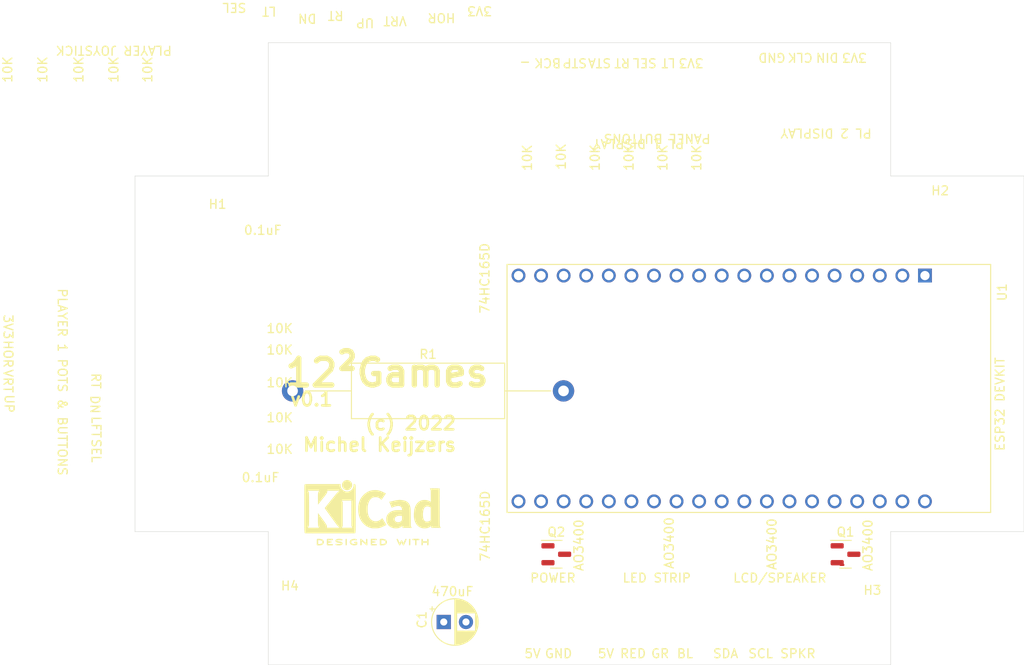
<source format=kicad_pcb>
(kicad_pcb (version 20211014) (generator pcbnew)
  (layers (0 "F.Cu" signal) (31 "B.Cu" signal) (34 "B.Paste" user) (35 "F.Paste" user) (36 "B.SilkS" user "B.Silkscreen") (37 "F.SilkS" user "F.Silkscreen") (38 "B.Mask" user) (39 "F.Mask" user) (44 "Edge.Cuts" user))
  (net 0 "")
  (net 1 "GND")
  (net 2 "/+5V")
  (net 3 "/LCD_SDA")
  (net 4 "/LCD_SCL")
  (net 5 "/SPEAKER_IN")
  (net 18 "+3V3")
  (net 19 "/SPEAKER_DRAIN")
  (net 20 "/JOYSTICK_HORIZONTAL")
  (net 21 "/JOYSTICK_VERTICAL")
  (net 22 "/JOYSTICK_BUTTON")
  (net 24 "/LED_STRIP_DATA")
  (net 25 "/LED_STRIP_DRAIN")
  (net 28 "/LED_SEGMENTS_DIN")
  (net 29 "/LED_SEGMENTS_CLK")
  (net 30 "/PANEL_BACK_BUTTON")
  (net 31 "/PANEL_STOP_BUTTON")
  (net 32 "/PANEL_START_BUTTON")
  (net 33 "/PANEL_RIGHT_BUTTON")
  (net 34 "/PANEL_SELECT_BUTTON")
  (net 35 "/PANEL_LEFT_BUTTON")
  (net 39 "Net-(R1-Pad2)")
  (footprint "MountingHole:MountingHole_3.2mm_M3" (layer "F.Cu") (at 119 45)
    (fp_text reference "H2" (at -3.43 -3.344) (layer "F.SilkS"))
    (fp_text value "MountingHole")
    (pad "" np_thru_hole circle locked (at 0 0) (size 3.2 3.2) (drill 3.2) (layers *.Cu *.Mask))
  )
  (footprint "MountingHole:MountingHole_3.2mm_M3" (layer "F.Cu") (at 30 45)
    (fp_text reference "H1" (at 4.29 -1.82) (layer "F.SilkS"))
    (fp_text value "MountingHole")
    (pad "" np_thru_hole circle locked (at 0 0) (size 3.2 3.2) (drill 3.2) (layers *.Cu *.Mask))
  )
  (footprint "MountingHole:MountingHole_3.2mm_M3" (layer "F.Cu") (at 45 90)
    (fp_text reference "H4" (at -2.582 -3.894) (layer "F.SilkS"))
    (fp_text value "MountingHole")
    (pad "" np_thru_hole circle locked (at 0 0) (size 3.2 3.2) (drill 3.2) (layers *.Cu *.Mask))
  )
  (footprint "MountingHole:MountingHole_3.2mm_M3" (layer "F.Cu") (at 105 90)
    (fp_text reference "H3" (at 2.95 -3.4) (layer "F.SilkS"))
    (fp_text value "MountingHole")
    (pad "" np_thru_hole circle locked (at 0 0) (size 3.2 3.2) (drill 3.2) (layers *.Cu *.Mask))
  )
  (footprint "Package_TO_SOT_SMD:SOT-23" (layer "F.Cu") (at 104.925 82.55)
    (fp_text reference "Q1" (at 0 -2.5) (layer "F.SilkS"))
    (fp_text value "AO3401A")
    (pad "1" smd roundrect locked (at -0.9375 -0.95) (size 1.475 0.6) (layers "F.Cu" "F.Paste" "F.Mask") (net 5 "/SPEAKER_IN"))
    (pad "2" smd roundrect locked (at -0.9375 0.95) (size 1.475 0.6) (layers "F.Cu" "F.Paste" "F.Mask") (net 1 "GND"))
    (pad "3" smd roundrect locked (at 0.9375 0) (size 1.475 0.6) (layers "F.Cu" "F.Paste" "F.Mask") (net 19 "/SPEAKER_DRAIN"))
  )
  (footprint "Package_TO_SOT_SMD:SOT-23" (layer "F.Cu") (at 72.39 82.55)
    (fp_text reference "Q2" (at 0 -2.5) (layer "F.SilkS"))
    (fp_text value "AO3401A")
    (pad "1" smd roundrect locked (at -0.9375 -0.95) (size 1.475 0.6) (layers "F.Cu" "F.Paste" "F.Mask") (net 24 "/LED_STRIP_DATA"))
    (pad "2" smd roundrect locked (at -0.9375 0.95) (size 1.475 0.6) (layers "F.Cu" "F.Paste" "F.Mask") (net 1 "GND"))
    (pad "3" smd roundrect locked (at 0.9375 0) (size 1.475 0.6) (layers "F.Cu" "F.Paste" "F.Mask") (net 25 "/LED_STRIP_DRAIN"))
  )
  (footprint "Capacitor_THT:CP_Radial_D5.0mm_P2.50mm" (layer "F.Cu") (at 59.73 90.17)
    (fp_text reference "C1" (at -2.453 -0.254 270) (layer "F.SilkS"))
    (fp_text value "470uF")
    (pad "1" thru_hole rect locked (at 0 0) (size 1.6 1.6) (drill 0.8) (layers *.Cu *.Mask) (net 1 "GND"))
    (pad "2" thru_hole circle locked (at 2.5 0) (size 1.6 1.6) (drill 0.8) (layers *.Cu *.Mask) (net 2 "/+5V"))
  )
  (footprint "Symbol:KiCad-Logo2_6mm_SilkScreen" (layer "F.Cu") (at 51.717514 77.179848)
    (fp_text reference "REF**" hide)
    (fp_text value "KiCad-Logo2_6mm_SilkScreen" hide)
  )
  (footprint "Resistor_THT:R_Axial_DIN0617_L17.0mm_D6.0mm_P30.48mm_Horizontal" (layer "F.Cu") (at 42.725 64.175)
    (fp_text reference "R1" (at 15.24 -4.12) (layer "F.SilkS"))
    (fp_text value "1K")
    (pad "1" thru_hole circle locked (at 0 0) (size 2.4 2.4) (drill 1.2) (layers *.Cu *.Mask) (net 19 "/SPEAKER_DRAIN"))
    (pad "2" thru_hole oval locked (at 30.48 0) (size 2.4 2.4) (drill 1.2) (layers *.Cu *.Mask) (net 39 "Net-(R1-Pad2)"))
  )
  (footprint "ESP32:MODULE_ESP32-DEVKITC-32D" (layer "F.Cu") (at 94.1 63.9 -90)
    (fp_text reference "U1" (at -10.829175 -28.446045 90) (layer "F.SilkS") (effects (font (size 1.000386 1.000386))))
    (fp_text value "ESP32-DEVKITC-32D")
    (pad "1" thru_hole rect locked (at -12.7 -19.76 270) (size 1.56 1.56) (drill 1.04) (layers *.Cu *.Mask) (net 18 "+3V3"))
    (pad "2" thru_hole circle locked (at -12.7 -17.22 270) (size 1.56 1.56) (drill 1.04) (layers *.Cu *.Mask))
    (pad "3" thru_hole circle locked (at -12.7 -14.68 270) (size 1.56 1.56) (drill 1.04) (layers *.Cu *.Mask) (net 20 "/JOYSTICK_HORIZONTAL"))
    (pad "4" thru_hole circle locked (at -12.7 -12.14 270) (size 1.56 1.56) (drill 1.04) (layers *.Cu *.Mask) (net 21 "/JOYSTICK_VERTICAL"))
    (pad "5" thru_hole circle locked (at -12.7 -9.6 270) (size 1.56 1.56) (drill 1.04) (layers *.Cu *.Mask) (net 22 "/JOYSTICK_BUTTON"))
    (pad "6" thru_hole circle locked (at -12.7 -7.06 270) (size 1.56 1.56) (drill 1.04) (layers *.Cu *.Mask))
    (pad "7" thru_hole circle locked (at -12.7 -4.52 270) (size 1.56 1.56) (drill 1.04) (layers *.Cu *.Mask) (net 28 "/LED_SEGMENTS_DIN"))
    (pad "8" thru_hole circle locked (at -12.7 -1.98 270) (size 1.56 1.56) (drill 1.04) (layers *.Cu *.Mask) (net 29 "/LED_SEGMENTS_CLK"))
    (pad "9" thru_hole circle locked (at -12.7 0.56 270) (size 1.56 1.56) (drill 1.04) (layers *.Cu *.Mask) (net 35 "/PANEL_LEFT_BUTTON"))
    (pad "10" thru_hole circle locked (at -12.7 3.1 270) (size 1.56 1.56) (drill 1.04) (layers *.Cu *.Mask) (net 33 "/PANEL_RIGHT_BUTTON"))
    (pad "11" thru_hole circle locked (at -12.7 5.64 270) (size 1.56 1.56) (drill 1.04) (layers *.Cu *.Mask) (net 32 "/PANEL_START_BUTTON"))
    (pad "12" thru_hole circle locked (at -12.7 8.18 270) (size 1.56 1.56) (drill 1.04) (layers *.Cu *.Mask) (net 31 "/PANEL_STOP_BUTTON"))
    (pad "13" thru_hole circle locked (at -12.7 10.72 270) (size 1.56 1.56) (drill 1.04) (layers *.Cu *.Mask) (net 34 "/PANEL_SELECT_BUTTON"))
    (pad "14" thru_hole circle locked (at -12.7 13.26 270) (size 1.56 1.56) (drill 1.04) (layers *.Cu *.Mask) (net 1 "GND"))
    (pad "15" thru_hole circle locked (at -12.7 15.8 270) (size 1.56 1.56) (drill 1.04) (layers *.Cu *.Mask) (net 30 "/PANEL_BACK_BUTTON"))
    (pad "16" thru_hole circle locked (at -12.7 18.34 270) (size 1.56 1.56) (drill 1.04) (layers *.Cu *.Mask))
    (pad "17" thru_hole circle locked (at -12.7 20.88 270) (size 1.56 1.56) (drill 1.04) (layers *.Cu *.Mask))
    (pad "18" thru_hole circle locked (at -12.7 23.42 270) (size 1.56 1.56) (drill 1.04) (layers *.Cu *.Mask))
    (pad "19" thru_hole circle locked (at -12.7 25.96 270) (size 1.56 1.56) (drill 1.04) (layers *.Cu *.Mask) (net 2 "/+5V"))
    (pad "20" thru_hole circle locked (at 12.7 -19.76 270) (size 1.56 1.56) (drill 1.04) (layers *.Cu *.Mask) (net 1 "GND"))
    (pad "21" thru_hole circle locked (at 12.7 -17.22 270) (size 1.56 1.56) (drill 1.04) (layers *.Cu *.Mask) (net 5 "/SPEAKER_IN"))
    (pad "22" thru_hole circle locked (at 12.7 -14.68 270) (size 1.56 1.56) (drill 1.04) (layers *.Cu *.Mask) (net 4 "/LCD_SCL"))
    (pad "23" thru_hole circle locked (at 12.7 -12.14 270) (size 1.56 1.56) (drill 1.04) (layers *.Cu *.Mask))
    (pad "24" thru_hole circle locked (at 12.7 -9.6 270) (size 1.56 1.56) (drill 1.04) (layers *.Cu *.Mask))
    (pad "25" thru_hole circle locked (at 12.7 -7.06 270) (size 1.56 1.56) (drill 1.04) (layers *.Cu *.Mask) (net 3 "/LCD_SDA"))
    (pad "26" thru_hole circle locked (at 12.7 -4.52 270) (size 1.56 1.56) (drill 1.04) (layers *.Cu *.Mask) (net 1 "GND"))
    (pad "27" thru_hole circle locked (at 12.7 -1.98 270) (size 1.56 1.56) (drill 1.04) (layers *.Cu *.Mask))
    (pad "28" thru_hole circle locked (at 12.7 0.56 270) (size 1.56 1.56) (drill 1.04) (layers *.Cu *.Mask))
    (pad "29" thru_hole circle locked (at 12.7 3.1 270) (size 1.56 1.56) (drill 1.04) (layers *.Cu *.Mask))
    (pad "30" thru_hole circle locked (at 12.7 5.64 270) (size 1.56 1.56) (drill 1.04) (layers *.Cu *.Mask))
    (pad "31" thru_hole circle locked (at 12.7 8.18 270) (size 1.56 1.56) (drill 1.04) (layers *.Cu *.Mask))
    (pad "32" thru_hole circle locked (at 12.7 10.72 270) (size 1.56 1.56) (drill 1.04) (layers *.Cu *.Mask))
    (pad "33" thru_hole circle locked (at 12.7 13.26 270) (size 1.56 1.56) (drill 1.04) (layers *.Cu *.Mask) (net 24 "/LED_STRIP_DATA"))
    (pad "34" thru_hole circle locked (at 12.7 15.8 270) (size 1.56 1.56) (drill 1.04) (layers *.Cu *.Mask))
    (pad "35" thru_hole circle locked (at 12.7 18.34 270) (size 1.56 1.56) (drill 1.04) (layers *.Cu *.Mask))
    (pad "36" thru_hole circle locked (at 12.7 20.88 270) (size 1.56 1.56) (drill 1.04) (layers *.Cu *.Mask))
    (pad "37" thru_hole circle locked (at 12.7 23.42 270) (size 1.56 1.56) (drill 1.04) (layers *.Cu *.Mask))
    (pad "38" thru_hole circle locked (at 12.7 25.96 270) (size 1.56 1.56) (drill 1.04) (layers *.Cu *.Mask))
  )
  (gr_line (start 125 80) (end 125 40) (layer "Edge.Cuts") (width 0.05))
  (gr_line (start 40 95) (end 110 95) (layer "Edge.Cuts") (width 0.05))
  (gr_line (start 40 80) (end 40 95) (layer "Edge.Cuts") (width 0.05))
  (gr_line (start 25 80) (end 40 80) (layer "Edge.Cuts") (width 0.05))
  (gr_line (start 25 40) (end 25 80) (layer "Edge.Cuts") (width 0.05))
  (gr_line (start 110 25) (end 40 25) (layer "Edge.Cuts") (width 0.05))
  (gr_line (start 110 95) (end 110 80) (layer "Edge.Cuts") (width 0.05))
  (gr_line (start 40 25) (end 40 40) (layer "Edge.Cuts") (width 0.05))
  (gr_line (start 125 40) (end 110 40) (layer "Edge.Cuts") (width 0.05))
  (gr_line (start 110 80) (end 125 80) (layer "Edge.Cuts") (width 0.05))
  (gr_line (start 40 40) (end 25 40) (layer "Edge.Cuts") (width 0.05))
  (gr_line (start 110 40) (end 110 25) (layer "Edge.Cuts") (width 0.05))
  (gr_text "POWER" (at 72.009 85.217) (layer "F.SilkS") (effects (font (size 1 1))))
  (gr_text "ESP32 DEVKIT" (at 122.301 65.659 90) (layer "F.SilkS") (effects (font (size 1 1))))
  (gr_text "v0.1" (at 44.85 65.125) (layer "F.SilkS") (effects (font (size 1.5 1.5) (thickness 0.3))))
  (gr_text "12²Games" (at 53.35 62.15) (layer "F.SilkS") (effects (font (size 2.999999 2.999999) (thickness 0.6))))
  (gr_text "LCD/SPEAKER\n" (at 97.536 85.217) (layer "F.SilkS") (effects (font (size 1 1))))
  (gr_text "5V" (at 69.723 93.726) (layer "F.SilkS") (effects (font (size 1 1))))
  (gr_text "SDA" (at 91.44 93.726) (layer "F.SilkS") (effects (font (size 1 1))))
  (gr_text "BL\n" (at 86.868 93.726) (layer "F.SilkS") (effects (font (size 1 1))))
  (gr_text "GND" (at 72.644 93.726) (layer "F.SilkS") (effects (font (size 1 1))))
  (gr_text "PLAYER 1 POTS & BUTTONS" (at 16.825 63.175 270) (layer "F.SilkS") (effects (font (size 1 1))))
  (gr_text "3V3" (at 10.725 56.975 270) (layer "F.SilkS") (effects (font (size 1 1))))
  (gr_text "LT" (at 40.1 21.475 180) (layer "F.SilkS") (effects (font (size 1 1))))
  (gr_text "GND" (at 96.647 26.67 180) (layer "F.SilkS") (effects (font (size 1 1))))
  (gr_text "AO3400" (at 74.93 81.534 90) (layer "F.SilkS") (effects (font (size 1.016 1.016) (thickness 0.1524))))
  (gr_text "10K" (at 88.179 37.943 90) (layer "F.SilkS") (effects (font (size 1.016 1.016) (thickness 0.1524))))
  (gr_text "74HC165D" (at 64.35 51.5 90) (layer "F.SilkS") (effects (font (size 1.016 1.016) (thickness 0.1524))))
  (gr_text "74HC165D" (at 64.389 79.375 90) (layer "F.SilkS") (effects (font (size 1.016 1.016) (thickness 0.1524))))
  (gr_text "AO3400" (at 96.647 81.407 90) (layer "F.SilkS") (effects (font (size 1.016 1.016) (thickness 0.1524))))
  (gr_text "DN" (at 20.5 65.7 270) (layer "F.SilkS") (effects (font (size 1 1))))
  (gr_text "UP" (at 10.852 65.611 270) (layer "F.SilkS") (effects (font (size 1 1))))
  (gr_text "RT" (at 79.797 27.275 180) (layer "F.SilkS") (effects (font (size 1 1))))
  (gr_text "10K" (at 26.423 28.025 90) (layer "F.SilkS") (effects (font (size 1.016 1.016) (thickness 0.1524))))
  (gr_text "SEL" (at 36.175 21.05 180) (layer "F.SilkS") (effects (font (size 1 1))))
  (gr_text "PANEL BUTTONS" (at 83.734 35.784 180) (layer "F.SilkS") (effects (font (size 1 1))))
  (gr_text "BCK" (at 71.415 27.275 180) (layer "F.SilkS") (effects (font (size 1 1))))
  (gr_text "10K" (at 41.275 63.246) (layer "F.SilkS") (effects (font (size 1.016 1.016) (thickness 0.1524))))
  (gr_text "SEL" (at 20.627 70.907 270) (layer "F.SilkS") (effects (font (size 1 1))))
  (gr_text "3V3" (at 87.544 27.275 180) (layer "F.SilkS") (effects (font (size 1 1))))
  (gr_text "SEL" (at 82.337 27.275 180) (layer "F.SilkS") (effects (font (size 1 1))))
  (gr_text "10K" (at 76.749 37.943 90) (layer "F.SilkS") (effects (font (size 1.016 1.016) (thickness 0.1524))))
  (gr_text "DIN" (at 102.87 26.67 180) (layer "F.SilkS") (effects (font (size 1 1))))
  (gr_text "PL 2 DISPLAY" (at 102.743 35.179 180) (layer "F.SilkS") (effects (font (size 1 1))))
  (gr_text "PLAYER JOYSTICK" (at 22.613 25.866 180) (layer "F.SilkS") (effects (font (size 1 1))))
  (gr_text "SCL" (at 95.377 93.726) (layer "F.SilkS") (effects (font (size 1 1))))
  (gr_text "GR" (at 84.074 93.726) (layer "F.SilkS") (effects (font (size 1 1))))
  (gr_text "0.1uF" (at 39.37 46.101) (layer "F.SilkS") (effects (font (size 1.016 1.016) (thickness 0.1524))))
  (gr_text "10K" (at 22.613 28.025 90) (layer "F.SilkS") (effects (font (size 1.016 1.016) (thickness 0.1524))))
  (gr_text "10K" (at 14.612 28.025 90) (layer "F.SilkS") (effects (font (size 1.016 1.016) (thickness 0.1524))))
  (gr_text "10K" (at 72.939 37.816 90) (layer "F.SilkS") (effects (font (size 1.016 1.016) (thickness 0.1524))))
  (gr_text "AO3400" (at 107.442 81.534 90) (layer "F.SilkS") (effects (font (size 1.016 1.016) (thickness 0.1524))))
  (gr_text "RT" (at 47.575 21.95 180) (layer "F.SilkS") (effects (font (size 1 1))))
  (gr_text "-" (at 68.875 27.275 180) (layer "F.SilkS") (effects (font (size 1 1))))
  (gr_text "470uF" (at 60.706 86.741) (layer "F.SilkS") (effects (font (size 1.016 1.016) (thickness 0.1524))))
  (gr_text "AO3400" (at 85.09 81.28 90) (layer "F.SilkS") (effects (font (size 1.016 1.016) (thickness 0.1524))))
  (gr_text "LT" (at 85.004 27.275 180) (layer "F.SilkS") (effects (font (size 1 1))))
  (gr_text "HOR" (at 10.725 60.023 270) (layer "F.SilkS") (effects (font (size 1 1))))
  (gr_text "HOR" (at 59.475 22.2 180) (layer "F.SilkS") (effects (font (size 1 1))))
  (gr_text "LFT" (at 20.627 68.24 270) (layer "F.SilkS") (effects (font (size 1 1))))
  (gr_text "10K" (at 80.559 37.943 90) (layer "F.SilkS") (effects (font (size 1.016 1.016) (thickness 0.1524))))
  (gr_text "10K" (at 18.676 28.025 90) (layer "F.SilkS") (effects (font (size 1.016 1.016) (thickness 0.1524))))
  (gr_text "UP" (at 50.875 22.775 180) (layer "F.SilkS") (effects (font (size 1 1))))
  (gr_text "10K" (at 41.275 59.563) (layer "F.SilkS") (effects (font (size 1.016 1.016) (thickness 0.1524))))
  (gr_text "SPKR" (at 99.568 93.726) (layer "F.SilkS") (effects (font (size 1 1))))
  (gr_text "VRT" (at 10.725 63.071 270) (layer "F.SilkS") (effects (font (size 1 1))))
  (gr_text "CLK" (at 99.822 26.67 180) (layer "F.SilkS") (effects (font (size 1 1))))
  (gr_text "3V3" (at 63.75 21.425 180) (layer "F.SilkS") (effects (font (size 1 1))))
  (gr_text "10K" (at 69.129 37.943 90) (layer "F.SilkS") (effects (font (size 1.016 1.016) (thickness 0.1524))))
  (gr_text "10K" (at 10.675 28.025 90) (layer "F.SilkS") (effects (font (size 1.016 1.016) (thickness 0.1524))))
  (gr_text "10K" (at 41.275 70.739) (layer "F.SilkS") (effects (font (size 1.016 1.016) (thickness 0.1524))))
  (gr_text "0.1uF" (at 39.116 73.914) (layer "F.SilkS") (effects (font (size 1.016 1.016) (thickness 0.1524))))
  (gr_text "DN" (at 44.375 22.275 180) (layer "F.SilkS") (effects (font (size 1 1))))
  (gr_text "10K" (at 84.369 37.943 90) (layer "F.SilkS") (effects (font (size 1.016 1.016) (thickness 0.1524))))
  (gr_text "PL 1 DISPLAY" (at 81.643 36.36 180) (layer "F.SilkS") (effects (font (size 1 1))))
  (gr_text "3V3" (at 105.918 26.67 180) (layer "F.SilkS") (effects (font (size 1 1))))
  (gr_text "LED STRIP" (at 83.693 85.217) (layer "F.SilkS") (effects (font (size 1 1))))
  (gr_text "RED" (at 81.026 93.726) (layer "F.SilkS") (effects (font (size 1 1))))
  (gr_text "10K" (at 41.275 57.15) (layer "F.SilkS") (effects (font (size 1.016 1.016) (thickness 0.1524))))
  (gr_text "RT" (at 20.6 63.05 270) (layer "F.SilkS") (effects (font (size 1 1))))
  (gr_text "5V" (at 77.978 93.726) (layer "F.SilkS") (effects (font (size 1 1))))
  (gr_text "STA" (at 77.257 27.275 180) (layer "F.SilkS") (effects (font (size 1 1))))
  (gr_text "VRT" (at 54.25 22.55 180) (layer "F.SilkS") (effects (font (size 1 1))))
  (gr_text "(c) 2022\nMichel Keijzers" (at 61.275 69.025) (layer "F.SilkS") (effects (font (size 1.5 1.5) (thickness 0.3)) (justify right)))
  (gr_text "10K" (at 41.275 67.183) (layer "F.SilkS") (effects (font (size 1.016 1.016) (thickness 0.1524))))
  (gr_text "STP" (at 74.463 27.275 180) (layer "F.SilkS") (effects (font (size 1 1))))
  (segment (start 104.675 83.75) (end 104.375 83.75) (width 0.25) (layer "F.Cu") (net 1))
)
</source>
